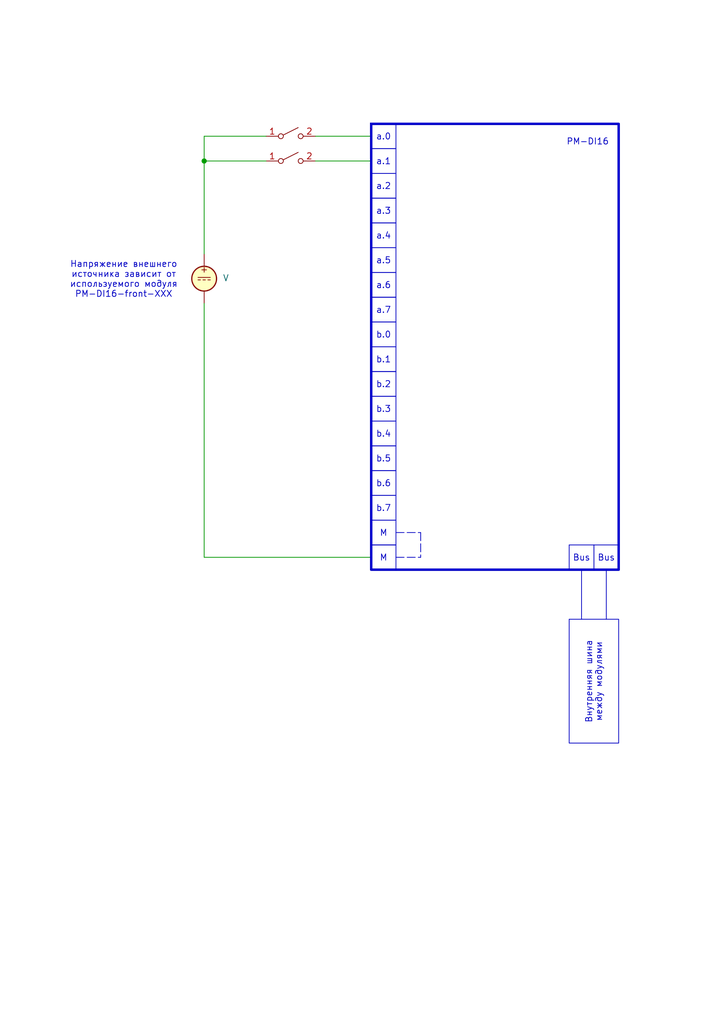
<source format=kicad_sch>
(kicad_sch (version 20231120) (generator "eeschema") (generator_version "8.0")
  (paper "A5" portrait)
  (title_block (title "Схема внешних подлючений PM-DI16") (date "2024-07-12"))
  (lib_symbols
    (symbol "Simulation_SPICE:VDC" (pin_numbers hide) (pin_names (offset 0.0254))
      (property "Reference" "V" (at 2.54 2.54 0))
      (property "Value" "1" (at 2.54 0 0))
      (symbol "VDC_0_0"
        (polyline (pts (xy -1.27 0.254) (xy 1.27 0.254)))
        (polyline (pts (xy -0.762 -0.254) (xy -1.27 -0.254)))
        (polyline (pts (xy 0.254 -0.254) (xy -0.254 -0.254)))
        (polyline (pts (xy 1.27 -0.254) (xy 0.762 -0.254)))
        (text "+" (at 0 1.905 0) (effects (font (size 1.27 1.27))))
      )
      (symbol "VDC_0_1"
        (circle (center 0 0) (radius 2.54) (stroke (width 0.254)) (fill (type background)))
      )
      (symbol "VDC_1_1"
        (pin passive line (at 0 5.08 270) (length 2.54) (name "~") (number "1"))
        (pin passive line (at 0 -5.08 90) (length 2.54) (name "~") (number "2"))
      )
    )
    (symbol "Switch:SW_SPST" (pin_names (offset 0) hide)
      (property "Reference" "SW" (at 0 3.175 0))
      (property "Value" "SW_SPST" (at 0 -2.54 0))
      (symbol "SW_SPST_0_0"
        (circle (center -2.032 0) (radius 0.508))
        (polyline (pts (xy -1.524 0.254) (xy 1.524 1.778)))
        (circle (center 2.032 0) (radius 0.508))
      )
      (symbol "SW_SPST_1_1"
        (pin passive line (at -5.08 0 0) (length 2.54) (name "A") (number "1"))
        (pin passive line (at 5.08 0 180) (length 2.54) (name "B") (number "2"))
      )
    )
  )
  (junction (at 41.91 33.02))
  (polyline (pts (xy 124.46 116.84) (xy 124.46 127)))
  (wire (pts (xy 41.91 62.23) (xy 41.91 114.3)))
  (wire (pts (xy 64.77 33.02) (xy 76.2 33.02)))
  (polyline (pts (xy 81.28 114.3) (xy 86.36 114.3)) (stroke (width 0) (type dash)))
  (polyline (pts (xy 119.38 116.84) (xy 119.38 127)))
  (wire (pts (xy 41.91 114.3) (xy 76.2 114.3)))
  (wire (pts (xy 41.91 33.02) (xy 41.91 27.94)))
  (wire (pts (xy 41.91 27.94) (xy 54.61 27.94)))
  (wire (pts (xy 64.77 27.94) (xy 76.2 27.94)))
  (polyline (pts (xy 81.28 109.22) (xy 86.36 109.22)) (stroke (width 0) (type dash)))
  (wire (pts (xy 41.91 52.07) (xy 41.91 33.02)))
  (wire (pts (xy 41.91 33.02) (xy 54.61 33.02)))
  (polyline (pts (xy 86.36 109.22) (xy 86.36 114.3)) (stroke (width 0) (type dash)))
  (rectangle (start 76.2 25.4) (end 127 116.84) (stroke (width 0.5)))
  (text_box "Напряжение внешнего источника зависит от используемого модуля PM-DI16-front-XXX" (at 12.7 50.8 0) (size 25.4 12.7) (stroke (width -0.0001)) (effects (font (size 1.27 1.27))))
  (text_box "b.2" (at 76.2 76.2 0) (size 5.08 5.08) (effects (font (size 1.27 1.27))))
  (text_box "Bus" (at 116.84 111.76 0) (size 5.08 5.08) (effects (font (size 1.27 1.27))))
  (text_box "Bus" (at 121.92 111.76 0) (size 5.08 5.08) (effects (font (size 1.27 1.27))))
  (text_box "a.3" (at 76.2 40.64 0) (size 5.08 5.08) (effects (font (size 1.27 1.27))))
  (text_box "a.6" (at 76.2 55.88 0) (size 5.08 5.08) (effects (font (size 1.27 1.27))))
  (text_box "b.5" (at 76.2 91.44 0) (size 5.08 5.08) (effects (font (size 1.27 1.27))))
  (text_box "b.1" (at 76.2 71.12 0) (size 5.08 5.08) (effects (font (size 1.27 1.27))))
  (text_box "a.0" (at 76.2 25.4 0) (size 5.08 5.08) (effects (font (size 1.27 1.27))))
  (text_box "b.0" (at 76.2 66.04 0) (size 5.08 5.08) (effects (font (size 1.27 1.27))))
  (text_box "Внутренняя шина между модулями" (at 116.84 127 90) (size 10.16 25.4) (effects (font (size 1.27 1.27))))
  (text_box "a.5" (at 76.2 50.8 0) (size 5.08 5.08) (effects (font (size 1.27 1.27))))
  (text_box "b.7" (at 76.2 101.6 0) (size 5.08 5.08) (effects (font (size 1.27 1.27))))
  (text_box "a.4" (at 76.2 45.72 0) (size 5.08 5.08) (effects (font (size 1.27 1.27))))
  (text_box "b.3" (at 76.2 81.28 0) (size 5.08 5.08) (effects (font (size 1.27 1.27))))
  (text_box "b.4" (at 76.2 86.36 0) (size 5.08 5.08) (effects (font (size 1.27 1.27))))
  (text_box "a.7" (at 76.2 60.96 0) (size 5.08 5.08) (effects (font (size 1.27 1.27))))
  (text_box "M" (at 76.2 111.76 0) (size 5.08 5.08) (effects (font (size 1.27 1.27))))
  (text_box "M" (at 76.2 106.68 0) (size 5.08 5.08) (effects (font (size 1.27 1.27))))
  (text_box "b.6" (at 76.2 96.52 0) (size 5.08 5.08) (effects (font (size 1.27 1.27))))
  (text_box "a.1" (at 76.2 30.48 0) (size 5.08 5.08) (effects (font (size 1.27 1.27))))
  (text_box "a.2" (at 76.2 35.56 0) (size 5.08 5.08) (effects (font (size 1.27 1.27))))
  (text "PM-DI16" (at 120.65 29.21 0) (effects (font (size 1.27 1.27))))
  (symbol (lib_id "Switch:SW_SPST") (at 59.69 27.94 0) (unit 1)
    (property "Reference" "SW1" (effects (hide yes)))
    (property "Value" "SW_SPST" (effects (hide yes)))
    (property "Description" "Single Pole Single Throw (SPST) switch" (effects (hide yes)))
  )
  (symbol (lib_id "Simulation_SPICE:VDC") (at 41.91 57.15 0) (unit 1)
    (property "Reference" "V" (at 45.72 57.0201 0) (effects (justify left)))
    (property "Value" "1" (effects (hide yes)))
    (property "Datasheet" "https://ngspice.sourceforge.io/docs/ngspice-html-manual/manual.xhtml#sec_Independent_Sources_for" (effects (hide yes)))
    (property "Description" "Voltage source, DC" (effects (hide yes)))
    (property "Sim.Pins" "1=+ 2=-" (effects (hide yes)))
    (property "Sim.Type" "DC" (effects (hide yes)))
    (property "Sim.Device" "V" (effects (hide yes)))
  )
  (symbol (lib_id "Switch:SW_SPST") (at 59.69 33.02 0) (unit 1)
    (property "Reference" "SW2" (effects (hide yes)))
    (property "Value" "SW_SPST" (effects (hide yes)))
    (property "Description" "Single Pole Single Throw (SPST) switch" (effects (hide yes)))
  )
)
</source>
